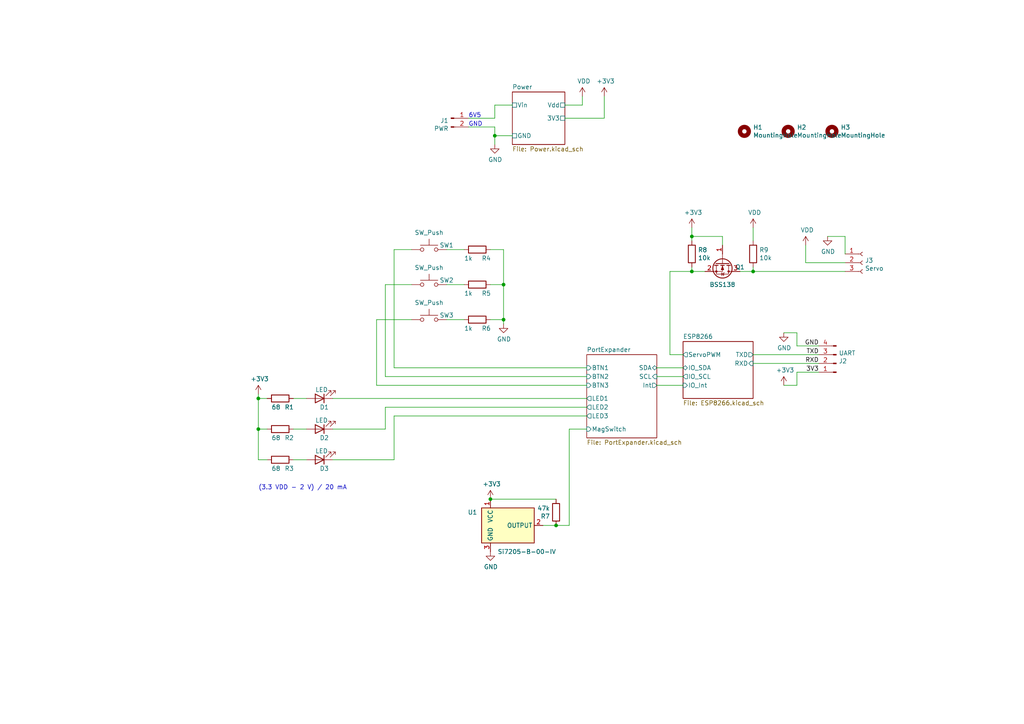
<source format=kicad_sch>
(kicad_sch (version 20211123) (generator eeschema)
  (paper "A4")
  (title_block (title "SodaStreamMod Top Level Schematic") (date "2019-09-23") (rev "v2"))
  (lib_symbols
    (symbol "Connector:Conn_01x02_Male" (pin_names (offset 1.016) hide)
      (property "Reference" "J" (at 0 2.54 0))
      (property "Value" "Conn_01x02_Male" (at 0 -5.08 0))
      (symbol "Conn_01x02_Male_1_1"
        (polyline (pts (xy 1.27 -2.54) (xy 0.8636 -2.54)) (stroke (width 0.1524)))
        (polyline (pts (xy 1.27 0) (xy 0.8636 0)) (stroke (width 0.1524)))
        (rectangle (start 0.8636 -2.413) (end 0 -2.667) (stroke (width 0.1524)) (fill (type outline)))
        (rectangle (start 0.8636 0.127) (end 0 -0.127) (stroke (width 0.1524)) (fill (type outline)))
        (pin passive line (at 5.08 0 180) (length 3.81) (name "Pin_1") (number "1"))
        (pin passive line (at 5.08 -2.54 180) (length 3.81) (name "Pin_2") (number "2"))
      )
    )
    (symbol "Connector:Conn_01x03_Female" (pin_names (offset 1.016) hide)
      (property "Reference" "J" (at 0 5.08 0))
      (property "Value" "Conn_01x03_Female" (at 0 -5.08 0))
      (symbol "Conn_01x03_Female_1_1"
        (arc (start 0 -2.032) (mid -0.508 -2.54) (end 0 -3.048) (stroke (width 0.1524)))
        (polyline (pts (xy -1.27 -2.54) (xy -0.508 -2.54)) (stroke (width 0.1524)))
        (polyline (pts (xy -1.27 0) (xy -0.508 0)) (stroke (width 0.1524)))
        (polyline (pts (xy -1.27 2.54) (xy -0.508 2.54)) (stroke (width 0.1524)))
        (arc (start 0 0.508) (mid -0.508 0) (end 0 -0.508) (stroke (width 0.1524)))
        (arc (start 0 3.048) (mid -0.508 2.54) (end 0 2.032) (stroke (width 0.1524)))
        (pin passive line (at -5.08 2.54 0) (length 3.81) (name "Pin_1") (number "1"))
        (pin passive line (at -5.08 0 0) (length 3.81) (name "Pin_2") (number "2"))
        (pin passive line (at -5.08 -2.54 0) (length 3.81) (name "Pin_3") (number "3"))
      )
    )
    (symbol "Connector:Conn_01x04_Male" (pin_names (offset 1.016) hide)
      (property "Reference" "J" (at 0 5.08 0))
      (property "Value" "Conn_01x04_Male" (at 0 -7.62 0))
      (symbol "Conn_01x04_Male_1_1"
        (polyline (pts (xy 1.27 -5.08) (xy 0.8636 -5.08)) (stroke (width 0.1524)))
        (polyline (pts (xy 1.27 -2.54) (xy 0.8636 -2.54)) (stroke (width 0.1524)))
        (polyline (pts (xy 1.27 0) (xy 0.8636 0)) (stroke (width 0.1524)))
        (polyline (pts (xy 1.27 2.54) (xy 0.8636 2.54)) (stroke (width 0.1524)))
        (rectangle (start 0.8636 -4.953) (end 0 -5.207) (stroke (width 0.1524)) (fill (type outline)))
        (rectangle (start 0.8636 -2.413) (end 0 -2.667) (stroke (width 0.1524)) (fill (type outline)))
        (rectangle (start 0.8636 0.127) (end 0 -0.127) (stroke (width 0.1524)) (fill (type outline)))
        (rectangle (start 0.8636 2.667) (end 0 2.413) (stroke (width 0.1524)) (fill (type outline)))
        (pin passive line (at 5.08 2.54 180) (length 3.81) (name "Pin_1") (number "1"))
        (pin passive line (at 5.08 0 180) (length 3.81) (name "Pin_2") (number "2"))
        (pin passive line (at 5.08 -2.54 180) (length 3.81) (name "Pin_3") (number "3"))
        (pin passive line (at 5.08 -5.08 180) (length 3.81) (name "Pin_4") (number "4"))
      )
    )
    (symbol "Device:LED" (pin_numbers hide) (pin_names (offset 1.016) hide)
      (property "Reference" "D" (at 0 2.54 0))
      (property "Value" "LED" (at 0 -2.54 0))
      (symbol "LED_0_1"
        (polyline (pts (xy -1.27 -1.27) (xy -1.27 1.27)) (stroke (width 0.254)))
        (polyline (pts (xy -1.27 0) (xy 1.27 0)))
        (polyline (pts (xy 1.27 -1.27) (xy 1.27 1.27) (xy -1.27 0) (xy 1.27 -1.27)) (stroke (width 0.254)))
        (polyline (pts (xy -3.048 -0.762) (xy -4.572 -2.286) (xy -3.81 -2.286) (xy -4.572 -2.286) (xy -4.572 -1.524)))
        (polyline (pts (xy -1.778 -0.762) (xy -3.302 -2.286) (xy -2.54 -2.286) (xy -3.302 -2.286) (xy -3.302 -1.524)))
      )
      (symbol "LED_1_1"
        (pin passive line (at -3.81 0 0) (length 2.54) (name "K") (number "1"))
        (pin passive line (at 3.81 0 180) (length 2.54) (name "A") (number "2"))
      )
    )
    (symbol "Device:R" (pin_numbers hide) (pin_names (offset 0))
      (property "Reference" "R" (at 2.032 0 90))
      (property "Value" "R" (at 0 0 90))
      (symbol "R_0_1"
        (rectangle (start -1.016 -2.54) (end 1.016 2.54) (stroke (width 0.254)))
      )
      (symbol "R_1_1"
        (pin passive line (at 0 3.81 270) (length 1.27) (name "~") (number "1"))
        (pin passive line (at 0 -3.81 90) (length 1.27) (name "~") (number "2"))
      )
    )
    (symbol "Mechanical:MountingHole" (pin_names (offset 1.016))
      (property "Reference" "H" (at 0 5.08 0))
      (property "Value" "MountingHole" (at 0 3.175 0))
      (symbol "MountingHole_0_1"
        (circle (center 0 0) (radius 1.27) (stroke (width 1.27)))
      )
    )
    (symbol "Sensor_Magnetic:SM351LT"
      (property "Reference" "U" (at 5.08 8.89 0))
      (property "Value" "SM351LT" (at 2.54 6.35 0))
      (symbol "SM351LT_0_1"
        (rectangle (start 7.62 5.08) (end -7.62 -5.08) (stroke (width 0.254)) (fill (type background)))
      )
      (symbol "SM351LT_1_1"
        (pin power_in line (at -5.08 7.62 270) (length 2.54) (name "VCC") (number "1"))
        (pin output line (at 10.16 0 180) (length 2.54) (name "OUTPUT") (number "2"))
        (pin power_in line (at -5.08 -7.62 90) (length 2.54) (name "GND") (number "3"))
      )
    )
    (symbol "Sodastream-rescue:+3.3V-power" (power) (pin_names (offset 0))
      (property "Value" "+3.3V-power" (at 0 3.556 0))
      (symbol "+3.3V-power_0_1"
        (polyline (pts (xy -0.762 1.27) (xy 0 2.54)))
        (polyline (pts (xy 0 0) (xy 0 2.54)))
        (polyline (pts (xy 0 2.54) (xy 0.762 1.27)))
      )
      (symbol "+3.3V-power_1_1"
        (pin power_in line (at 0 0 90) (length 0) hide (name "+3V3") (number "1"))
      )
    )
    (symbol "Switch:SW_Push" (pin_numbers hide) (pin_names (offset 1.016) hide)
      (property "Reference" "SW" (at 1.27 2.54 0))
      (property "Value" "SW_Push" (at 0 -1.524 0))
      (symbol "SW_Push_0_1"
        (circle (center -2.032 0) (radius 0.508))
        (polyline (pts (xy 0 1.27) (xy 0 3.048)))
        (polyline (pts (xy 2.54 1.27) (xy -2.54 1.27)))
        (circle (center 2.032 0) (radius 0.508))
        (pin passive line (at -5.08 0 0) (length 2.54) (name "1") (number "1"))
        (pin passive line (at 5.08 0 180) (length 2.54) (name "2") (number "2"))
      )
    )
    (symbol "Transistor_FET:BSS138" (pin_names hide)
      (property "Reference" "Q" (at 5.08 1.905 0))
      (property "Value" "BSS138" (at 5.08 0 0))
      (symbol "BSS138_0_1"
        (polyline (pts (xy 0.254 0) (xy -2.54 0)))
        (polyline (pts (xy 0.254 1.905) (xy 0.254 -1.905)) (stroke (width 0.254)))
        (polyline (pts (xy 0.762 -1.27) (xy 0.762 -2.286)) (stroke (width 0.254)))
        (polyline (pts (xy 0.762 0.508) (xy 0.762 -0.508)) (stroke (width 0.254)))
        (polyline (pts (xy 0.762 2.286) (xy 0.762 1.27)) (stroke (width 0.254)))
        (polyline (pts (xy 2.54 2.54) (xy 2.54 1.778)))
        (polyline (pts (xy 2.54 -2.54) (xy 2.54 0) (xy 0.762 0)))
        (polyline (pts (xy 0.762 -1.778) (xy 3.302 -1.778) (xy 3.302 1.778) (xy 0.762 1.778)))
        (polyline (pts (xy 1.016 0) (xy 2.032 0.381) (xy 2.032 -0.381) (xy 1.016 0)) (fill (type outline)))
        (polyline (pts (xy 2.794 0.508) (xy 2.921 0.381) (xy 3.683 0.381) (xy 3.81 0.254)))
        (polyline (pts (xy 3.302 0.381) (xy 2.921 -0.254) (xy 3.683 -0.254) (xy 3.302 0.381)))
        (circle (center 1.651 0) (radius 2.794) (stroke (width 0.254)))
        (circle (center 2.54 -1.778) (radius 0.254) (fill (type outline)))
        (circle (center 2.54 1.778) (radius 0.254) (fill (type outline)))
      )
      (symbol "BSS138_1_1"
        (pin input line (at -5.08 0 0) (length 2.54) (name "G") (number "1"))
        (pin passive line (at 2.54 -5.08 90) (length 2.54) (name "S") (number "2"))
        (pin passive line (at 2.54 5.08 270) (length 2.54) (name "D") (number "3"))
      )
    )
    (symbol "power:+3V3" (power) (pin_names (offset 0))
      (property "Value" "+3V3" (at 0 3.556 0))
      (symbol "+3V3_0_1"
        (polyline (pts (xy -0.762 1.27) (xy 0 2.54)))
        (polyline (pts (xy 0 0) (xy 0 2.54)))
        (polyline (pts (xy 0 2.54) (xy 0.762 1.27)))
      )
      (symbol "+3V3_1_1"
        (pin power_in line (at 0 0 90) (length 0) hide (name "+3V3") (number "1"))
      )
    )
    (symbol "power:GND" (power) (pin_names (offset 0))
      (property "Value" "GND" (at 0 -3.81 0))
      (symbol "GND_0_1"
        (polyline (pts (xy 0 0) (xy 0 -1.27) (xy 1.27 -1.27) (xy 0 -2.54) (xy -1.27 -1.27) (xy 0 -1.27)))
      )
      (symbol "GND_1_1"
        (pin power_in line (at 0 0 270) (length 0) hide (name "GND") (number "1"))
      )
    )
    (symbol "power:VDD" (power) (pin_names (offset 0))
      (property "Value" "VDD" (at 0 3.81 0))
      (symbol "VDD_0_1"
        (polyline (pts (xy -0.762 1.27) (xy 0 2.54)))
        (polyline (pts (xy 0 0) (xy 0 2.54)))
        (polyline (pts (xy 0 2.54) (xy 0.762 1.27)))
      )
      (symbol "VDD_1_1"
        (pin power_in line (at 0 0 90) (length 0) hide (name "VDD") (number "1"))
      )
    )
  )
  (junction (at 143.51 39.37))
  (junction (at 146.05 92.71))
  (junction (at 200.66 78.74))
  (junction (at 74.93 124.46))
  (junction (at 146.05 82.55))
  (junction (at 218.44 78.74))
  (junction (at 74.93 115.57))
  (junction (at 161.29 152.4))
  (junction (at 142.24 144.78))
  (junction (at 200.66 68.58))
  (wire (pts (xy 77.47 133.35) (xy 74.93 133.35)))
  (wire (pts (xy 190.5 109.22) (xy 198.12 109.22)))
  (wire (pts (xy 85.09 124.46) (xy 88.9 124.46)))
  (wire (pts (xy 114.3 120.65) (xy 170.18 120.65)))
  (wire (pts (xy 111.76 118.11) (xy 170.18 118.11)))
  (wire (pts (xy 200.66 77.47) (xy 200.66 78.74)))
  (wire (pts (xy 218.44 102.87) (xy 237.49 102.87)))
  (wire (pts (xy 165.1 152.4) (xy 165.1 124.46)))
  (wire (pts (xy 129.54 92.71) (xy 134.62 92.71)))
  (wire (pts (xy 143.51 34.29) (xy 143.51 30.48)))
  (wire (pts (xy 143.51 41.91) (xy 143.51 39.37)))
  (wire (pts (xy 74.93 115.57) (xy 77.47 115.57)))
  (wire (pts (xy 175.26 27.94) (xy 175.26 34.29)))
  (wire (pts (xy 218.44 66.04) (xy 218.44 69.85)))
  (wire (pts (xy 146.05 72.39) (xy 146.05 82.55)))
  (wire (pts (xy 227.33 111.76) (xy 231.14 111.76)))
  (wire (pts (xy 233.68 76.2) (xy 233.68 71.12)))
  (wire (pts (xy 200.66 68.58) (xy 200.66 66.04)))
  (wire (pts (xy 96.52 124.46) (xy 111.76 124.46)))
  (wire (pts (xy 135.89 34.29) (xy 143.51 34.29)))
  (wire (pts (xy 163.83 30.48) (xy 168.91 30.48)))
  (wire (pts (xy 146.05 82.55) (xy 146.05 92.71)))
  (wire (pts (xy 85.09 115.57) (xy 88.9 115.57)))
  (wire (pts (xy 245.11 68.58) (xy 245.11 73.66)))
  (wire (pts (xy 143.51 30.48) (xy 148.59 30.48)))
  (wire (pts (xy 74.93 114.3) (xy 74.93 115.57)))
  (wire (pts (xy 129.54 82.55) (xy 134.62 82.55)))
  (wire (pts (xy 96.52 133.35) (xy 114.3 133.35)))
  (wire (pts (xy 114.3 72.39) (xy 119.38 72.39)))
  (wire (pts (xy 165.1 124.46) (xy 170.18 124.46)))
  (wire (pts (xy 111.76 82.55) (xy 119.38 82.55)))
  (wire (pts (xy 231.14 111.76) (xy 231.14 107.95)))
  (wire (pts (xy 109.22 111.76) (xy 109.22 92.71)))
  (wire (pts (xy 168.91 30.48) (xy 168.91 27.94)))
  (wire (pts (xy 200.66 69.85) (xy 200.66 68.58)))
  (wire (pts (xy 233.68 76.2) (xy 245.11 76.2)))
  (wire (pts (xy 218.44 77.47) (xy 218.44 78.74)))
  (wire (pts (xy 114.3 106.68) (xy 170.18 106.68)))
  (wire (pts (xy 190.5 106.68) (xy 198.12 106.68)))
  (wire (pts (xy 135.89 36.83) (xy 143.51 36.83)))
  (wire (pts (xy 231.14 100.33) (xy 237.49 100.33)))
  (wire (pts (xy 142.24 72.39) (xy 146.05 72.39)))
  (wire (pts (xy 200.66 78.74) (xy 204.47 78.74)))
  (wire (pts (xy 143.51 36.83) (xy 143.51 39.37)))
  (wire (pts (xy 214.63 78.74) (xy 218.44 78.74)))
  (wire (pts (xy 194.31 78.74) (xy 200.66 78.74)))
  (wire (pts (xy 157.48 152.4) (xy 161.29 152.4)))
  (wire (pts (xy 109.22 92.71) (xy 119.38 92.71)))
  (wire (pts (xy 111.76 124.46) (xy 111.76 118.11)))
  (wire (pts (xy 114.3 106.68) (xy 114.3 72.39)))
  (wire (pts (xy 161.29 144.78) (xy 142.24 144.78)))
  (wire (pts (xy 142.24 92.71) (xy 146.05 92.71)))
  (wire (pts (xy 114.3 133.35) (xy 114.3 120.65)))
  (wire (pts (xy 142.24 82.55) (xy 146.05 82.55)))
  (wire (pts (xy 129.54 72.39) (xy 134.62 72.39)))
  (wire (pts (xy 111.76 109.22) (xy 170.18 109.22)))
  (wire (pts (xy 198.12 102.87) (xy 194.31 102.87)))
  (wire (pts (xy 109.22 111.76) (xy 170.18 111.76)))
  (wire (pts (xy 143.51 39.37) (xy 148.59 39.37)))
  (wire (pts (xy 74.93 124.46) (xy 74.93 115.57)))
  (wire (pts (xy 85.09 133.35) (xy 88.9 133.35)))
  (wire (pts (xy 240.03 68.58) (xy 245.11 68.58)))
  (wire (pts (xy 111.76 109.22) (xy 111.76 82.55)))
  (wire (pts (xy 218.44 78.74) (xy 245.11 78.74)))
  (wire (pts (xy 74.93 124.46) (xy 74.93 133.35)))
  (wire (pts (xy 175.26 34.29) (xy 163.83 34.29)))
  (wire (pts (xy 161.29 152.4) (xy 165.1 152.4)))
  (wire (pts (xy 231.14 96.52) (xy 231.14 100.33)))
  (wire (pts (xy 237.49 107.95) (xy 231.14 107.95)))
  (wire (pts (xy 190.5 111.76) (xy 198.12 111.76)))
  (wire (pts (xy 218.44 105.41) (xy 237.49 105.41)))
  (wire (pts (xy 146.05 92.71) (xy 146.05 93.98)))
  (wire (pts (xy 96.52 115.57) (xy 170.18 115.57)))
  (wire (pts (xy 200.66 68.58) (xy 209.55 68.58)))
  (wire (pts (xy 209.55 71.12) (xy 209.55 68.58)))
  (wire (pts (xy 227.33 96.52) (xy 231.14 96.52)))
  (wire (pts (xy 74.93 124.46) (xy 77.47 124.46)))
  (wire (pts (xy 194.31 102.87) (xy 194.31 78.74)))
  (text "(3.3 VDD - 2 V) / 20 mA" (at 74.93 142.24 0) (effects (font (size 1.27 1.27)) (justify left bottom)))
  (text "GND" (at 135.89 36.83 0) (effects (font (size 1.27 1.27)) (justify left bottom)))
  (text "6V5" (at 135.89 34.29 0) (effects (font (size 1.27 1.27)) (justify left bottom)))
  (label "GND" (at 237.49 100.33 180))
  (label "RXD" (at 237.49 105.41 180))
  (label "TXD" (at 237.49 102.87 180))
  (label "3V3" (at 237.49 107.95 180))
  (symbol (lib_id "Connector:Conn_01x04_Male") (at 242.57 105.41 180) (unit 1)
    (property "Reference" "J2" (at 243.2812 104.7242 0) (effects (justify right)))
    (property "Value" "UART" (at 243.2812 102.4128 0) (effects (justify right)))
    (property "Footprint" "Connector_PinHeader_2.54mm:PinHeader_1x04_P2.54mm_Vertical" (effects hide))
  )
  (symbol (lib_id "Sodastream-rescue:+3.3V-power") (at 227.33 111.76 0) (unit 1)
    (property "Reference" "#PWR012" (effects hide))
    (property "Value" "+3.3V" (at 227.711 107.3658 0))
  )
  (symbol (lib_id "power:GND") (at 227.33 96.52 0) (unit 1)
    (property "Reference" "#PWR011" (effects hide))
    (property "Value" "GND" (at 227.457 100.9142 0))
  )
  (symbol (lib_id "Connector:Conn_01x02_Male") (at 130.81 34.29 0) (unit 1)
    (property "Reference" "J1" (at 130.0988 34.9758 0) (effects (justify right)))
    (property "Value" "PWR" (at 130.0988 37.2872 0) (effects (justify right)))
    (property "Footprint" "Connector_PinHeader_2.54mm:PinHeader_1x02_P2.54mm_Vertical" (effects hide))
  )
  (symbol (lib_id "power:GND") (at 143.51 41.91 0) (unit 1)
    (property "Reference" "#PWR05" (effects hide))
    (property "Value" "GND" (at 143.637 46.3042 0))
  )
  (symbol (lib_id "Connector:Conn_01x03_Female") (at 250.19 76.2 0) (unit 1)
    (property "Reference" "J3" (at 250.8758 75.5396 0) (effects (justify left)))
    (property "Value" "Servo" (at 250.8758 77.851 0) (effects (justify left)))
    (property "Footprint" "Connector_PinHeader_2.54mm:PinHeader_1x03_P2.54mm_Vertical" (effects hide))
  )
  (symbol (lib_id "Device:R") (at 200.66 73.66 0) (unit 1)
    (property "Reference" "R8" (at 202.438 72.4916 0) (effects (justify left)))
    (property "Value" "10k" (at 202.438 74.803 0) (effects (justify left)))
    (property "Footprint" "Resistor_SMD:R_1206_3216Metric_Pad1.42x1.75mm_HandSolder" (effects hide))
  )
  (symbol (lib_id "Device:R") (at 218.44 73.66 0) (unit 1)
    (property "Reference" "R9" (at 220.218 72.4916 0) (effects (justify left)))
    (property "Value" "10k" (at 220.218 74.803 0) (effects (justify left)))
    (property "Footprint" "Resistor_SMD:R_1206_3216Metric_Pad1.42x1.75mm_HandSolder" (effects hide))
  )
  (symbol (lib_id "Transistor_FET:BSS138") (at 209.55 76.2 270) (unit 1)
    (property "Reference" "Q1" (at 214.63 77.47 90))
    (property "Value" "BSS138" (at 209.55 82.55 90))
    (property "Footprint" "Package_TO_SOT_SMD:SOT-23" (effects hide))
    (property "Datasheet" "https://www.fairchildsemi.com/datasheets/BS/BSS138.pdf" (effects hide))
  )
  (symbol (lib_id "power:VDD") (at 218.44 66.04 0) (unit 1)
    (property "Reference" "#PWR010" (effects hide))
    (property "Value" "VDD" (at 218.8718 61.6458 0))
  )
  (symbol (lib_id "Device:R") (at 138.43 72.39 270) (unit 1)
    (property "Reference" "R4" (at 139.7 74.93 90) (effects (justify left)))
    (property "Value" "1k" (at 134.62 74.93 90) (effects (justify left)))
    (property "Footprint" "Resistor_SMD:R_1206_3216Metric_Pad1.42x1.75mm_HandSolder" (effects hide))
  )
  (symbol (lib_id "Device:R") (at 138.43 82.55 270) (unit 1)
    (property "Reference" "R5" (at 139.7 85.09 90) (effects (justify left)))
    (property "Value" "1k" (at 134.62 85.09 90) (effects (justify left)))
    (property "Footprint" "Resistor_SMD:R_1206_3216Metric_Pad1.42x1.75mm_HandSolder" (effects hide))
  )
  (symbol (lib_id "Device:R") (at 138.43 92.71 270) (unit 1)
    (property "Reference" "R6" (at 139.7 95.25 90) (effects (justify left)))
    (property "Value" "1k" (at 134.62 95.25 90) (effects (justify left)))
    (property "Footprint" "Resistor_SMD:R_1206_3216Metric_Pad1.42x1.75mm_HandSolder" (effects hide))
  )
  (symbol (lib_id "Device:R") (at 81.28 124.46 270) (unit 1)
    (property "Reference" "R2" (at 82.55 127 90) (effects (justify left)))
    (property "Value" "68" (at 78.74 127 90) (effects (justify left)))
    (property "Footprint" "Resistor_SMD:R_1206_3216Metric_Pad1.42x1.75mm_HandSolder" (effects hide))
  )
  (symbol (lib_id "Device:R") (at 81.28 133.35 270) (unit 1)
    (property "Reference" "R3" (at 82.55 135.89 90) (effects (justify left)))
    (property "Value" "68" (at 78.74 135.89 90) (effects (justify left)))
    (property "Footprint" "Resistor_SMD:R_1206_3216Metric_Pad1.42x1.75mm_HandSolder" (effects hide))
  )
  (symbol (lib_id "Device:R") (at 81.28 115.57 270) (unit 1)
    (property "Reference" "R1" (at 82.55 118.11 90) (effects (justify left)))
    (property "Value" "68" (at 78.74 118.11 90) (effects (justify left)))
    (property "Footprint" "Resistor_SMD:R_1206_3216Metric_Pad1.42x1.75mm_HandSolder" (effects hide))
  )
  (symbol (lib_id "power:VDD") (at 233.68 71.12 0) (unit 1)
    (property "Reference" "#PWR013" (effects hide))
    (property "Value" "VDD" (at 234.1118 66.7258 0))
  )
  (symbol (lib_id "Switch:SW_Push") (at 124.46 72.39 0) (unit 1)
    (property "Reference" "SW1" (at 129.54 71.12 0))
    (property "Value" "SW_Push" (at 124.46 67.4624 0))
    (property "Footprint" "Parts_gschwaer:SW_WE_6x6mm" (effects hide))
  )
  (symbol (lib_id "Switch:SW_Push") (at 124.46 82.55 0) (unit 1)
    (property "Reference" "SW2" (at 129.54 81.28 0))
    (property "Value" "SW_Push" (at 124.46 77.6224 0))
    (property "Footprint" "Parts_gschwaer:SW_WE_6x6mm" (effects hide))
  )
  (symbol (lib_id "Switch:SW_Push") (at 124.46 92.71 0) (unit 1)
    (property "Reference" "SW3" (at 129.54 91.44 0))
    (property "Value" "SW_Push" (at 124.46 87.7824 0))
    (property "Footprint" "Parts_gschwaer:SW_WE_6x6mm" (effects hide))
  )
  (symbol (lib_id "power:GND") (at 146.05 93.98 0) (unit 1)
    (property "Reference" "#PWR06" (effects hide))
    (property "Value" "GND" (at 146.177 98.3742 0))
  )
  (symbol (lib_id "power:+3V3") (at 200.66 66.04 0) (unit 1)
    (property "Reference" "#PWR09" (effects hide))
    (property "Value" "+3V3" (at 201.041 61.6458 0))
  )
  (symbol (lib_id "Sensor_Magnetic:SM351LT") (at 147.32 152.4 0) (unit 1)
    (property "Reference" "U1" (at 138.43 148.59 0) (effects (justify right)))
    (property "Value" "Si7205-B-00-IV" (at 161.29 160.02 0) (effects (justify right)))
    (property "Footprint" "Package_TO_SOT_SMD:SOT-23" (effects hide))
    (property "Datasheet" "https://sensing.honeywell.com/honeywell-sensing-nanopower-series-product-sheet-50095501-a-en.pdf" (effects hide))
  )
  (symbol (lib_id "Sodastream-rescue:+3.3V-power") (at 142.24 144.78 0) (unit 1)
    (property "Reference" "#PWR02" (effects hide))
    (property "Value" "+3.3V" (at 142.621 140.3858 0))
  )
  (symbol (lib_id "power:GND") (at 142.24 160.02 0) (unit 1)
    (property "Reference" "#PWR03" (effects hide))
    (property "Value" "GND" (at 142.367 164.4142 0))
  )
  (symbol (lib_id "power:VDD") (at 168.91 27.94 0) (unit 1)
    (property "Reference" "#PWR07" (effects hide))
    (property "Value" "VDD" (at 169.3418 23.5458 0))
  )
  (symbol (lib_id "Device:R") (at 161.29 148.59 180) (unit 1)
    (property "Reference" "R7" (at 159.512 149.7584 0) (effects (justify left)))
    (property "Value" "47k" (at 159.512 147.447 0) (effects (justify left)))
    (property "Footprint" "Resistor_SMD:R_1206_3216Metric_Pad1.42x1.75mm_HandSolder" (effects hide))
  )
  (symbol (lib_id "power:+3V3") (at 175.26 27.94 0) (unit 1)
    (property "Reference" "#PWR08" (effects hide))
    (property "Value" "+3V3" (at 175.641 23.5458 0))
  )
  (symbol (lib_id "Device:LED") (at 92.71 115.57 180) (unit 1)
    (property "Reference" "D1" (at 92.71 118.11 0) (effects (justify right)))
    (property "Value" "LED" (at 91.44 113.03 0) (effects (justify right)))
    (property "Footprint" "Parts_gschwaer:LED_SMD_SideView_3.0x1.0x2.0_2+1pin" (effects hide))
  )
  (symbol (lib_id "Device:LED") (at 92.71 124.46 180) (unit 1)
    (property "Reference" "D2" (at 92.71 127 0) (effects (justify right)))
    (property "Value" "LED" (at 91.44 121.92 0) (effects (justify right)))
    (property "Footprint" "Parts_gschwaer:LED_SMD_SideView_3.0x1.0x2.0_2+1pin" (effects hide))
  )
  (symbol (lib_id "Device:LED") (at 92.71 133.35 180) (unit 1)
    (property "Reference" "D3" (at 92.71 135.89 0) (effects (justify right)))
    (property "Value" "LED" (at 91.44 130.81 0) (effects (justify right)))
    (property "Footprint" "Parts_gschwaer:LED_SMD_SideView_3.0x1.0x2.0_2+1pin" (effects hide))
  )
  (symbol (lib_id "power:GND") (at 240.03 68.58 0) (unit 1)
    (property "Reference" "#PWR014" (effects hide))
    (property "Value" "GND" (at 240.157 72.9742 0))
  )
  (symbol (lib_id "Mechanical:MountingHole") (at 215.9 38.1 0) (unit 1)
    (property "Reference" "H1" (at 218.44 36.9316 0) (effects (justify left)))
    (property "Value" "MountingHole" (at 218.44 39.243 0) (effects (justify left)))
    (property "Footprint" "MountingHole:MountingHole_3.2mm_M3" (effects hide))
  )
  (symbol (lib_id "Mechanical:MountingHole") (at 228.6 38.1 0) (unit 1)
    (property "Reference" "H2" (at 231.14 36.9316 0) (effects (justify left)))
    (property "Value" "MountingHole" (at 231.14 39.243 0) (effects (justify left)))
    (property "Footprint" "MountingHole:MountingHole_3.2mm_M3" (effects hide))
  )
  (symbol (lib_id "Mechanical:MountingHole") (at 241.3 38.1 0) (unit 1)
    (property "Reference" "H3" (at 243.84 36.9316 0) (effects (justify left)))
    (property "Value" "MountingHole" (at 243.84 39.243 0) (effects (justify left)))
    (property "Footprint" "MountingHole:MountingHole_3.2mm_M3" (effects hide))
  )
  (symbol (lib_id "Sodastream-rescue:+3.3V-power") (at 74.93 114.3 0) (unit 1)
    (property "Reference" "#PWR01" (effects hide))
    (property "Value" "+3.3V" (at 75.311 109.9058 0))
  )
  (sheet (at 198.12 99.06) (size 20.32 16.51)
    (property "Sheet name" "ESP8266" (at 198.12 98.3484 0) (effects (justify left bottom)))
    (property "Sheet file" "ESP8266.kicad_sch" (at 198.12 116.1546 0) (effects (justify left top)))
    (pin "TXD" output (at 218.44 102.87 0))
    (pin "RXD" input (at 218.44 105.41 0))
    (pin "IO_Int" input (at 198.12 111.76 180))
    (pin "IO_SDA" bidirectional (at 198.12 106.68 180))
    (pin "IO_SCL" output (at 198.12 109.22 180))
    (pin "ServoPWM" output (at 198.12 102.87 180))
  )
  (sheet (at 170.18 102.87) (size 20.32 24.13)
    (property "Sheet name" "PortExpander" (at 170.18 102.1584 0) (effects (justify left bottom)))
    (property "Sheet file" "PortExpander.kicad_sch" (at 170.18 127.5846 0) (effects (justify left top)))
    (pin "BTN1" input (at 170.18 106.68 180))
    (pin "BTN2" input (at 170.18 109.22 180))
    (pin "BTN3" input (at 170.18 111.76 180))
    (pin "LED1" output (at 170.18 115.57 180))
    (pin "LED2" output (at 170.18 118.11 180))
    (pin "LED3" output (at 170.18 120.65 180))
    (pin "MagSwitch" input (at 170.18 124.46 180))
    (pin "SCL" input (at 190.5 109.22 0))
    (pin "SDA" bidirectional (at 190.5 106.68 0))
    (pin "Int" output (at 190.5 111.76 0))
  )
  (sheet (at 148.59 26.67) (size 15.24 15.24)
    (property "Sheet name" "Power" (at 148.59 25.9584 0) (effects (justify left bottom)))
    (property "Sheet file" "Power.kicad_sch" (at 148.59 42.4946 0) (effects (justify left top)))
    (pin "GND" passive (at 148.59 39.37 180))
    (pin "Vin" passive (at 148.59 30.48 180))
    (pin "Vdd" passive (at 163.83 30.48 0))
    (pin "3V3" passive (at 163.83 34.29 0))
  )
)
</source>
